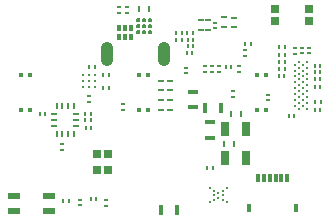
<source format=gbr>
%TF.GenerationSoftware,KiCad,Pcbnew,7.0.7*%
%TF.CreationDate,2023-11-24T16:48:55-08:00*%
%TF.ProjectId,beeper-design,62656570-6572-42d6-9465-7369676e2e6b,rev?*%
%TF.SameCoordinates,Original*%
%TF.FileFunction,Paste,Top*%
%TF.FilePolarity,Positive*%
%FSLAX46Y46*%
G04 Gerber Fmt 4.6, Leading zero omitted, Abs format (unit mm)*
G04 Created by KiCad (PCBNEW 7.0.7) date 2023-11-24 16:48:55*
%MOMM*%
%LPD*%
G01*
G04 APERTURE LIST*
%ADD10R,0.158310X0.330000*%
%ADD11R,0.330000X0.158310*%
%ADD12R,1.000000X0.600000*%
%ADD13R,0.280278X0.600000*%
%ADD14R,0.412132X0.950000*%
%ADD15R,0.600000X0.280278*%
%ADD16O,1.050000X2.100000*%
%ADD17C,0.250000*%
%ADD18R,0.300000X0.800000*%
%ADD19R,0.400000X0.800000*%
%ADD20R,0.700000X0.750000*%
%ADD21R,0.300000X0.520000*%
%ADD22R,0.950000X0.412132*%
%ADD23C,0.240000*%
%ADD24R,0.450000X0.450000*%
%ADD25R,0.710555X1.300000*%
%ADD26R,0.280000X0.500000*%
%ADD27R,0.500000X0.280000*%
%ADD28R,0.700000X0.700000*%
G04 APERTURE END LIST*
%TO.C,U13*%
G36*
X137516828Y-101533799D02*
G01*
X137516828Y-101743799D01*
X137480098Y-101788799D01*
X137270868Y-101788799D01*
X137216148Y-101743799D01*
X137216148Y-101533799D01*
X137270868Y-101488800D01*
X137480098Y-101488800D01*
X137516828Y-101533799D01*
G37*
G36*
X138025918Y-101533799D02*
G01*
X138025918Y-101743799D01*
X137980918Y-101788799D01*
X137770868Y-101788799D01*
X137716148Y-101743799D01*
X137716148Y-101533799D01*
X137770868Y-101488800D01*
X137980918Y-101488800D01*
X138025918Y-101533799D01*
G37*
G36*
X138525918Y-101533799D02*
G01*
X138525918Y-101743799D01*
X138480918Y-101788799D01*
X138270918Y-101788799D01*
X138225918Y-101743799D01*
X138225918Y-101533799D01*
X138270918Y-101488800D01*
X138480918Y-101488800D01*
X138525918Y-101533799D01*
G37*
G36*
X137516828Y-101033799D02*
G01*
X137516828Y-101243799D01*
X137480098Y-101288799D01*
X137270868Y-101288799D01*
X137216148Y-101243799D01*
X137216148Y-101033799D01*
X137270868Y-100988799D01*
X137480098Y-100988799D01*
X137516828Y-101033799D01*
G37*
G36*
X138025918Y-101033799D02*
G01*
X138025918Y-101243799D01*
X137980918Y-101288799D01*
X137770868Y-101288799D01*
X137716148Y-101243799D01*
X137716148Y-101033799D01*
X137770868Y-100988799D01*
X137980918Y-100988799D01*
X138025918Y-101033799D01*
G37*
G36*
X138525918Y-101033799D02*
G01*
X138525918Y-101243799D01*
X138480918Y-101288799D01*
X138270918Y-101288799D01*
X138225918Y-101243799D01*
X138225918Y-101033799D01*
X138270918Y-100988799D01*
X138480918Y-100988799D01*
X138525918Y-101033799D01*
G37*
G36*
X137516828Y-100533799D02*
G01*
X137516828Y-100743759D01*
X137480098Y-100788799D01*
X137270868Y-100788799D01*
X137216148Y-100743759D01*
X137216148Y-100533799D01*
X137270868Y-100488799D01*
X137480098Y-100488799D01*
X137516828Y-100533799D01*
G37*
G36*
X138025918Y-100533799D02*
G01*
X138025918Y-100743759D01*
X137980918Y-100788799D01*
X137770868Y-100788799D01*
X137716148Y-100743759D01*
X137716148Y-100533799D01*
X137770868Y-100488799D01*
X137980918Y-100488799D01*
X138025918Y-100533799D01*
G37*
G36*
X138525918Y-100533799D02*
G01*
X138525918Y-100743759D01*
X138480918Y-100788799D01*
X138270918Y-100788799D01*
X138225918Y-100743759D01*
X138225918Y-100533799D01*
X138270918Y-100488799D01*
X138480918Y-100488799D01*
X138525918Y-100533799D01*
G37*
%TD*%
D10*
%TO.C,L3*%
X133822270Y-115779501D03*
X133350580Y-115779501D03*
%TD*%
%TO.C,L4*%
X131002379Y-115986940D03*
X131474069Y-115986940D03*
%TD*%
D11*
%TO.C,C49*%
X134611295Y-115866545D03*
X134611295Y-116338235D03*
%TD*%
D12*
%TO.C,U17*%
X129831496Y-115535195D03*
X126831496Y-116835195D03*
X126831496Y-115535195D03*
X129831496Y-116835195D03*
%TD*%
D11*
%TO.C,C50*%
X132480158Y-115865359D03*
X132480158Y-116337049D03*
%TD*%
D13*
%TO.C,C12*%
X146086055Y-108605838D03*
X145266333Y-108605838D03*
%TD*%
D14*
%TO.C,L1*%
X143038108Y-108096660D03*
X144375976Y-108096660D03*
%TD*%
D10*
%TO.C,R1*%
X149772869Y-104185183D03*
X149301179Y-104185183D03*
%TD*%
D13*
%TO.C,L2*%
X144629334Y-111115818D03*
X145449056Y-111115818D03*
%TD*%
D15*
%TO.C,C11*%
X139267526Y-105763062D03*
X139267526Y-106582784D03*
%TD*%
D16*
%TO.C,J6*%
X134719176Y-103485414D03*
X139569176Y-103485414D03*
%TD*%
D11*
%TO.C,R9*%
X136082463Y-107754278D03*
X136082463Y-108225968D03*
%TD*%
D10*
%TO.C,R10*%
X132919636Y-109757773D03*
X133391326Y-109757773D03*
%TD*%
D11*
%TO.C,C36*%
X135733934Y-100013321D03*
X135733934Y-99541631D03*
%TD*%
D17*
%TO.C,U4*%
X151694476Y-104165097D03*
X151694476Y-104665097D03*
X151694476Y-105165097D03*
X151694476Y-105665097D03*
X151694476Y-106165097D03*
X151694476Y-106665097D03*
X151694476Y-107165097D03*
X151694476Y-107665097D03*
X151694476Y-108165097D03*
X151354476Y-104415097D03*
X151354476Y-104915097D03*
X151354476Y-105415097D03*
X151354476Y-105915097D03*
X151354476Y-106415097D03*
X151354476Y-106915097D03*
X151354476Y-107415097D03*
X151354476Y-107915097D03*
X151014476Y-104165097D03*
X151014476Y-104665097D03*
X151014476Y-105165097D03*
X151014476Y-105665097D03*
X151014476Y-106165097D03*
X151014476Y-106665097D03*
X151014476Y-107165097D03*
X151014476Y-107665097D03*
X151014476Y-108165097D03*
X150674476Y-104415097D03*
X150674476Y-104915097D03*
X150674476Y-105415097D03*
X150674476Y-105915097D03*
X150674476Y-106415097D03*
X150674476Y-106915097D03*
X150674476Y-107415097D03*
X150674476Y-107915097D03*
%TD*%
D11*
%TO.C,R18*%
X136458667Y-100000503D03*
X136458667Y-99528813D03*
%TD*%
D18*
%TO.C,U5*%
X147500000Y-114050000D03*
X148000000Y-114050000D03*
X148500000Y-114050000D03*
X149000000Y-114050000D03*
X149500000Y-114050000D03*
X150000000Y-114050000D03*
D19*
X146750000Y-116550000D03*
X150750000Y-116550000D03*
%TD*%
D10*
%TO.C,R15*%
X132895736Y-109124322D03*
X133367426Y-109124322D03*
%TD*%
D20*
%TO.C,XTAL1*%
X133900526Y-113293541D03*
X134800526Y-113293541D03*
X134799526Y-111993541D03*
X133899526Y-111993541D03*
%TD*%
D14*
%TO.C,C3*%
X140615675Y-116728243D03*
X139277807Y-116728243D03*
%TD*%
D21*
%TO.C,U7*%
X135731335Y-102083204D03*
X136231335Y-102083204D03*
X136731335Y-102083204D03*
X135731335Y-101312204D03*
X136231335Y-101312204D03*
X136731335Y-101312204D03*
%TD*%
D22*
%TO.C,C2*%
X143482328Y-110623039D03*
X143482328Y-109285171D03*
%TD*%
D10*
%TO.C,R14*%
X132885907Y-108564533D03*
X133357597Y-108564533D03*
%TD*%
D22*
%TO.C,C1*%
X141980612Y-106692517D03*
X141980612Y-108030385D03*
%TD*%
D10*
%TO.C,R13*%
X149773589Y-104758607D03*
X149301899Y-104758607D03*
%TD*%
%TO.C,C13*%
X149773085Y-103616252D03*
X149301395Y-103616252D03*
%TD*%
%TO.C,R7*%
X142011000Y-101741826D03*
X141539310Y-101741826D03*
%TD*%
%TO.C,R5*%
X141938383Y-103393157D03*
X141466693Y-103393157D03*
%TD*%
%TO.C,R6*%
X142033885Y-102855393D03*
X141562195Y-102855393D03*
%TD*%
%TO.C,C38*%
X152798624Y-108258371D03*
X152326934Y-108258371D03*
%TD*%
%TO.C,C43*%
X129036360Y-108558222D03*
X129508050Y-108558222D03*
%TD*%
%TO.C,C37*%
X150598771Y-108800507D03*
X150127081Y-108800507D03*
%TD*%
D11*
%TO.C,C28*%
X148317470Y-106955361D03*
X148317470Y-107427051D03*
%TD*%
%TO.C,C29*%
X145396860Y-106661803D03*
X145396860Y-107133493D03*
%TD*%
%TO.C,R8*%
X142994403Y-104536963D03*
X142994403Y-105008653D03*
%TD*%
D17*
%TO.C,U2*%
X144862568Y-114868836D03*
X143462568Y-114868836D03*
X144512568Y-115068836D03*
X143812568Y-115068836D03*
X144162568Y-115268836D03*
X144512568Y-115468836D03*
X143812568Y-115468836D03*
X144162568Y-115668836D03*
X144512568Y-115868836D03*
X143812568Y-115868836D03*
X144862568Y-116068836D03*
X143462568Y-116068836D03*
%TD*%
D11*
%TO.C,C42*%
X130879624Y-111610111D03*
X130879624Y-111138421D03*
%TD*%
D10*
%TO.C,R12*%
X149743923Y-105340440D03*
X149272233Y-105340440D03*
%TD*%
D15*
%TO.C,C15*%
X142707818Y-100657514D03*
X142707818Y-101477236D03*
%TD*%
D11*
%TO.C,C18*%
X143848020Y-100843622D03*
X143848020Y-101315312D03*
%TD*%
D10*
%TO.C,C27*%
X149287407Y-102906783D03*
X149759097Y-102906783D03*
%TD*%
%TO.C,C48*%
X133707750Y-104627481D03*
X133236060Y-104627481D03*
%TD*%
D23*
%TO.C,U12*%
X133671887Y-106327878D03*
X133171887Y-106327878D03*
X132671887Y-106327878D03*
X133671887Y-105827878D03*
X133171887Y-105827878D03*
X132671887Y-105827878D03*
X133671887Y-105327878D03*
X133171887Y-105327878D03*
X132671887Y-105327878D03*
%TD*%
D11*
%TO.C,C47*%
X133173593Y-107560994D03*
X133173593Y-107089304D03*
%TD*%
D15*
%TO.C,C16*%
X143282230Y-100665474D03*
X143282230Y-101485196D03*
%TD*%
D24*
%TO.C,U16*%
X147420500Y-108250000D03*
X148179500Y-108250000D03*
X147420500Y-105250000D03*
X148179500Y-105250000D03*
%TD*%
D10*
%TO.C,C26*%
X152794138Y-105073923D03*
X152322448Y-105073923D03*
%TD*%
D24*
%TO.C,U15*%
X137420500Y-108250000D03*
X138179500Y-108250000D03*
X137420500Y-105250000D03*
X138179500Y-105250000D03*
%TD*%
D11*
%TO.C,C17*%
X143632345Y-105007247D03*
X143632345Y-104535557D03*
%TD*%
D10*
%TO.C,C20*%
X146881613Y-102632819D03*
X146409923Y-102632819D03*
%TD*%
D11*
%TO.C,C21*%
X145865063Y-105001054D03*
X145865063Y-104529364D03*
%TD*%
D10*
%TO.C,R16*%
X134383991Y-106366536D03*
X134855681Y-106366536D03*
%TD*%
D24*
%TO.C,U14*%
X127420500Y-108250000D03*
X128179500Y-108250000D03*
X127420500Y-105250000D03*
X128179500Y-105250000D03*
%TD*%
D10*
%TO.C,C19*%
X145257146Y-104569343D03*
X144785456Y-104569343D03*
%TD*%
%TO.C,R17*%
X134382770Y-105290821D03*
X134854460Y-105290821D03*
%TD*%
%TO.C,C32*%
X152823057Y-107601414D03*
X152351367Y-107601414D03*
%TD*%
%TO.C,C30*%
X152798347Y-106288258D03*
X152326657Y-106288258D03*
%TD*%
D15*
%TO.C,C24*%
X144596628Y-100398900D03*
X144596628Y-101218622D03*
%TD*%
D10*
%TO.C,R4*%
X141053413Y-101729855D03*
X140581723Y-101729855D03*
%TD*%
%TO.C,C31*%
X152793076Y-105636181D03*
X152321386Y-105636181D03*
%TD*%
D15*
%TO.C,C9*%
X140083185Y-105756475D03*
X140083185Y-106576197D03*
%TD*%
D10*
%TO.C,R3*%
X141057909Y-102312925D03*
X140586219Y-102312925D03*
%TD*%
%TO.C,R2*%
X142027943Y-102310479D03*
X141556253Y-102310479D03*
%TD*%
D11*
%TO.C,C14*%
X144212235Y-105011705D03*
X144212235Y-104540015D03*
%TD*%
%TO.C,C10*%
X141387537Y-105157451D03*
X141387537Y-104685761D03*
%TD*%
%TO.C,C33*%
X151820672Y-102977006D03*
X151820672Y-103448696D03*
%TD*%
%TO.C,C22*%
X146425196Y-103684656D03*
X146425196Y-103212966D03*
%TD*%
D15*
%TO.C,C23*%
X145444713Y-100420977D03*
X145444713Y-101240699D03*
%TD*%
D11*
%TO.C,C34*%
X150673681Y-102997344D03*
X150673681Y-103469034D03*
%TD*%
D25*
%TO.C,C6*%
X146520367Y-112305619D03*
X144730923Y-112305619D03*
%TD*%
%TO.C,C4*%
X146502199Y-109902067D03*
X144712755Y-109902067D03*
%TD*%
D10*
%TO.C,C5*%
X143700668Y-113134169D03*
X143228978Y-113134169D03*
%TD*%
%TO.C,C39*%
X152776712Y-104485806D03*
X152305022Y-104485806D03*
%TD*%
D11*
%TO.C,C35*%
X151259428Y-102983946D03*
X151259428Y-103455636D03*
%TD*%
D15*
%TO.C,C7*%
X139268449Y-107404819D03*
X139268449Y-108224541D03*
%TD*%
D26*
%TO.C,U9*%
X131955464Y-107946651D03*
X131454464Y-107946651D03*
X130955464Y-107946651D03*
X130454464Y-107946651D03*
D27*
X130279964Y-108621651D03*
X130279964Y-109121651D03*
X130279964Y-109621651D03*
D26*
X130454464Y-110296651D03*
X130955464Y-110296651D03*
X131454464Y-110296651D03*
X131955464Y-110296651D03*
D27*
X132129464Y-109621651D03*
X132129464Y-109121651D03*
X132129864Y-108621651D03*
%TD*%
D15*
%TO.C,C8*%
X140076947Y-107393838D03*
X140076947Y-108213560D03*
%TD*%
D28*
%TO.C,U6*%
X151821149Y-99730814D03*
X148921149Y-99730814D03*
X148921149Y-100680814D03*
X151821149Y-100680814D03*
%TD*%
D13*
%TO.C,C25*%
X138242579Y-99694231D03*
X137422857Y-99694231D03*
%TD*%
M02*

</source>
